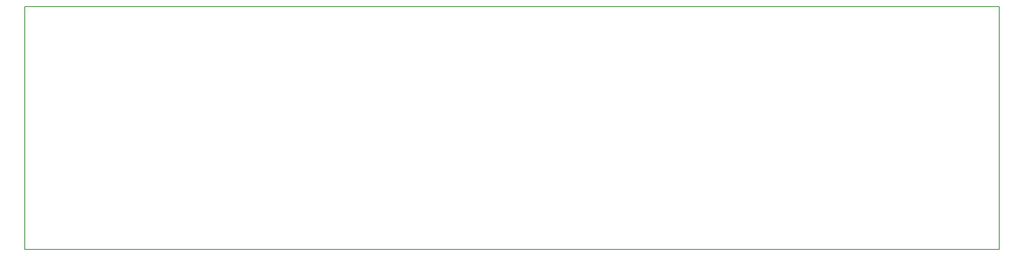
<source format=gm1>
G04 #@! TF.FileFunction,Profile,NP*
%FSLAX46Y46*%
G04 Gerber Fmt 4.6, Leading zero omitted, Abs format (unit mm)*
G04 Created by KiCad (PCBNEW 4.0.5) date Sunday, August 20, 2017 'PMt' 09:04:34 PM*
%MOMM*%
%LPD*%
G01*
G04 APERTURE LIST*
%ADD10C,0.100000*%
%ADD11C,0.150000*%
G04 APERTURE END LIST*
D10*
D11*
X238760000Y-113627000D02*
X238760000Y-63627000D01*
X38760000Y-113627000D02*
X238760000Y-113627000D01*
X38760000Y-63627000D02*
X38760000Y-113627000D01*
X238760000Y-63627000D02*
X38760000Y-63627000D01*
M02*

</source>
